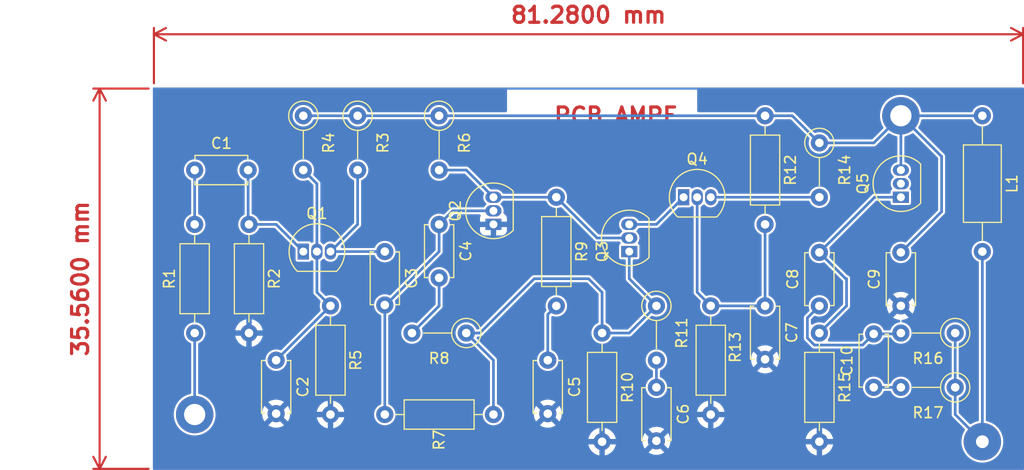
<source format=kicad_pcb>
(kicad_pcb (version 20211014) (generator pcbnew)
  (layers (0 "F.Cu" signal) (31 "B.Cu" signal) (34 "B.Paste" user) (35 "F.Paste" user) (36 "B.SilkS" user "B.Silkscreen") (37 "F.SilkS" user "F.Silkscreen") (38 "B.Mask" user) (39 "F.Mask" user) (44 "Edge.Cuts" user))
  (net 0 "")
  (net 1 "Net-(C2-Pad1)")
  (net 2 "Net-(C3-Pad2)")
  (net 3 "GND")
  (net 4 "Net-(C3-Pad1)")
  (net 5 "Net-(Q2-Pad3)")
  (net 6 "Net-(Q4-Pad1)")
  (net 7 "Net-(Q4-Pad3)")
  (net 8 "Net-(C7-Pad1)")
  (net 9 "Net-(Q5-Pad3)")
  (net 10 "Net-(C8-Pad1)")
  (net 11 "net")
  (net 12 "net2")
  (net 13 "netc2")
  (net 14 "netx")
  (net 15 "lll")
  (net 16 "c101")
  (net 17 "c102")
  (net 18 "net-q")
  (net 19 "net-c5")
  (net 20 "net-c6")
  (footprint "Capacitor_THT:C_Disc_D4.7mm_W2.5mm_P5.00mm" (layer "F.Cu") (at 143.51 50.8)
    (fp_text reference "C1" (at 2.5 -2.5) (layer "F.SilkS"))
    (fp_text value "10nF" hide)
    (fp_line (start 4.97 -1.37) (end 4.97 -1.055) (layer "F.SilkS") (width 0.12))
    (fp_line (start 0.03 -1.37) (end 0.03 -1.055) (layer "F.SilkS") (width 0.12))
    (fp_line (start 4.97 1.055) (end 4.97 1.37) (layer "F.SilkS") (width 0.12))
    (fp_line (start 0.03 1.37) (end 4.97 1.37) (layer "F.SilkS") (width 0.12))
    (fp_line (start 0.03 -1.37) (end 4.97 -1.37) (layer "F.SilkS") (width 0.12))
    (fp_line (start 0.03 1.055) (end 0.03 1.37) (layer "F.SilkS") (width 0.12))
    (pad "1" thru_hole circle (at 0 0) (size 1.6 1.6) (drill 0.8) (layers *.Cu *.Mask) (net 12 "net2"))
    (pad "2" thru_hole circle (at 5 0) (size 1.6 1.6) (drill 0.8) (layers *.Cu *.Mask) (net 13 "netc2"))
  )
  (footprint "Resistor_THT:R_Axial_DIN0207_L6.3mm_D2.5mm_P5.08mm_Vertical" (layer "F.Cu") (at 153.67 45.72 -90)
    (fp_text reference "R4" (at 2.54 -2.37 90) (layer "F.SilkS"))
    (fp_text value "1.5k" hide)
    (fp_line (start 1.37 0) (end 3.98 0) (layer "F.SilkS") (width 0.12))
    (fp_circle (center 0 0) (end 1.37 0) (layer "F.SilkS") (width 0.12) (fill none))
    (pad "1" thru_hole circle (at 0 0 270) (size 1.6 1.6) (drill 0.8) (layers *.Cu *.Mask) (net 9 "Net-(Q5-Pad3)"))
    (pad "2" thru_hole oval (at 5.08 0 270) (size 1.6 1.6) (drill 0.8) (layers *.Cu *.Mask) (net 1 "Net-(C2-Pad1)"))
  )
  (footprint "Resistor_THT:R_Axial_DIN0207_L6.3mm_D2.5mm_P5.08mm_Vertical" (layer "F.Cu") (at 214.63 71.12 180)
    (fp_text reference "R17" (at 2.54 -2.37) (layer "F.SilkS"))
    (fp_text value "68" hide)
    (fp_line (start 1.37 0) (end 3.98 0) (layer "F.SilkS") (width 0.12))
    (fp_circle (center 0 0) (end 1.37 0) (layer "F.SilkS") (width 0.12) (fill none))
    (pad "1" thru_hole circle (at 0 0 180) (size 1.6 1.6) (drill 0.8) (layers *.Cu *.Mask) (net 15 "lll"))
    (pad "2" thru_hole oval (at 5.08 0 180) (size 1.6 1.6) (drill 0.8) (layers *.Cu *.Mask) (net 16 "c101"))
  )
  (footprint "Resistor_THT:R_Axial_DIN0207_L6.3mm_D2.5mm_P10.16mm_Horizontal" (layer "F.Cu") (at 148.59 55.88 -90)
    (fp_text reference "R2" (at 5.08 -2.37 90) (layer "F.SilkS"))
    (fp_text value "560" hide)
    (fp_line (start 8.35 -1.37) (end 1.81 -1.37) (layer "F.SilkS") (width 0.12))
    (fp_line (start 9.12 0) (end 8.35 0) (layer "F.SilkS") (width 0.12))
    (fp_line (start 1.81 1.37) (end 8.35 1.37) (layer "F.SilkS") (width 0.12))
    (fp_line (start 1.81 -1.37) (end 1.81 1.37) (layer "F.SilkS") (width 0.12))
    (fp_line (start 8.35 1.37) (end 8.35 -1.37) (layer "F.SilkS") (width 0.12))
    (fp_line (start 1.04 0) (end 1.81 0) (layer "F.SilkS") (width 0.12))
    (pad "1" thru_hole circle (at 0 0 270) (size 1.6 1.6) (drill 0.8) (layers *.Cu *.Mask) (net 13 "netc2"))
    (pad "2" thru_hole oval (at 10.16 0 270) (size 1.6 1.6) (drill 0.8) (layers *.Cu *.Mask) (net 3 "GND"))
  )
  (footprint "Capacitor_THT:C_Disc_D4.7mm_W2.5mm_P5.00mm" (layer "F.Cu") (at 176.53 68.58 -90)
    (fp_text reference "C5" (at 2.5 -2.5 90) (layer "F.SilkS"))
    (fp_text value "10nF" hide)
    (fp_line (start 0.03 -1.37) (end 0.03 -1.055) (layer "F.SilkS") (width 0.12))
    (fp_line (start 0.03 1.37) (end 4.97 1.37) (layer "F.SilkS") (width 0.12))
    (fp_line (start 0.03 1.055) (end 0.03 1.37) (layer "F.SilkS") (width 0.12))
    (fp_line (start 4.97 -1.37) (end 4.97 -1.055) (layer "F.SilkS") (width 0.12))
    (fp_line (start 0.03 -1.37) (end 4.97 -1.37) (layer "F.SilkS") (width 0.12))
    (fp_line (start 4.97 1.055) (end 4.97 1.37) (layer "F.SilkS") (width 0.12))
    (pad "1" thru_hole circle (at 0 0 270) (size 1.6 1.6) (drill 0.8) (layers *.Cu *.Mask) (net 19 "net-c5"))
    (pad "2" thru_hole circle (at 5 0 270) (size 1.6 1.6) (drill 0.8) (layers *.Cu *.Mask) (net 3 "GND"))
  )
  (footprint "Capacitor_THT:C_Disc_D4.7mm_W2.5mm_P5.00mm" (layer "F.Cu") (at 186.69 71.12 -90)
    (fp_text reference "C6" (at 2.5 -2.5 90) (layer "F.SilkS"))
    (fp_text value "10nF" hide)
    (fp_line (start 0.03 -1.37) (end 0.03 -1.055) (layer "F.SilkS") (width 0.12))
    (fp_line (start 4.97 1.055) (end 4.97 1.37) (layer "F.SilkS") (width 0.12))
    (fp_line (start 0.03 1.055) (end 0.03 1.37) (layer "F.SilkS") (width 0.12))
    (fp_line (start 0.03 1.37) (end 4.97 1.37) (layer "F.SilkS") (width 0.12))
    (fp_line (start 4.97 -1.37) (end 4.97 -1.055) (layer "F.SilkS") (width 0.12))
    (fp_line (start 0.03 -1.37) (end 4.97 -1.37) (layer "F.SilkS") (width 0.12))
    (pad "1" thru_hole circle (at 0 0 270) (size 1.6 1.6) (drill 0.8) (layers *.Cu *.Mask) (net 20 "net-c6"))
    (pad "2" thru_hole circle (at 5 0 270) (size 1.6 1.6) (drill 0.8) (layers *.Cu *.Mask) (net 3 "GND"))
  )
  (footprint "Capacitor_THT:C_Disc_D4.7mm_W2.5mm_P5.00mm" (layer "F.Cu") (at 196.85 63.5 -90)
    (fp_text reference "C7" (at 2.5 -2.5 90) (layer "F.SilkS"))
    (fp_text value "10nF" hide)
    (fp_line (start 4.97 -1.37) (end 4.97 -1.055) (layer "F.SilkS") (width 0.12))
    (fp_line (start 0.03 -1.37) (end 4.97 -1.37) (layer "F.SilkS") (width 0.12))
    (fp_line (start 0.03 -1.37) (end 0.03 -1.055) (layer "F.SilkS") (width 0.12))
    (fp_line (start 0.03 1.37) (end 4.97 1.37) (layer "F.SilkS") (width 0.12))
    (fp_line (start 0.03 1.055) (end 0.03 1.37) (layer "F.SilkS") (width 0.12))
    (fp_line (start 4.97 1.055) (end 4.97 1.37) (layer "F.SilkS") (width 0.12))
    (pad "1" thru_hole circle (at 0 0 270) (size 1.6 1.6) (drill 0.8) (layers *.Cu *.Mask) (net 5 "Net-(Q2-Pad3)"))
    (pad "2" thru_hole circle (at 5 0 270) (size 1.6 1.6) (drill 0.8) (layers *.Cu *.Mask) (net 3 "GND"))
  )
  (footprint "Resistor_THT:R_Axial_DIN0207_L6.3mm_D2.5mm_P10.16mm_Horizontal" (layer "F.Cu") (at 181.61 66.04 -90)
    (fp_text reference "R10" (at 5.08 -2.37 90) (layer "F.SilkS"))
    (fp_text value "100" hide)
    (fp_line (start 8.35 1.37) (end 8.35 -1.37) (layer "F.SilkS") (width 0.12))
    (fp_line (start 1.81 -1.37) (end 1.81 1.37) (layer "F.SilkS") (width 0.12))
    (fp_line (start 1.04 0) (end 1.81 0) (layer "F.SilkS") (width 0.12))
    (fp_line (start 9.12 0) (end 8.35 0) (layer "F.SilkS") (width 0.12))
    (fp_line (start 8.35 -1.37) (end 1.81 -1.37) (layer "F.SilkS") (width 0.12))
    (fp_line (start 1.81 1.37) (end 8.35 1.37) (layer "F.SilkS") (width 0.12))
    (pad "1" thru_hole circle (at 0 0 270) (size 1.6 1.6) (drill 0.8) (layers *.Cu *.Mask) (net 10 "Net-(C8-Pad1)"))
    (pad "2" thru_hole oval (at 10.16 0 270) (size 1.6 1.6) (drill 0.8) (layers *.Cu *.Mask) (net 3 "GND"))
  )
  (footprint "Resistor_THT:R_Axial_DIN0207_L6.3mm_D2.5mm_P10.16mm_Horizontal" (layer "F.Cu") (at 177.33 53.34 -90)
    (fp_text reference "R9" (at 5.08 -2.37 90) (layer "F.SilkS"))
    (fp_text value "270" hide)
    (fp_line (start 9.12 0) (end 8.35 0) (layer "F.SilkS") (width 0.12))
    (fp_line (start 1.04 0) (end 1.81 0) (layer "F.SilkS") (width 0.12))
    (fp_line (start 1.81 1.37) (end 8.35 1.37) (layer "F.SilkS") (width 0.12))
    (fp_line (start 8.35 -1.37) (end 1.81 -1.37) (layer "F.SilkS") (width 0.12))
    (fp_line (start 8.35 1.37) (end 8.35 -1.37) (layer "F.SilkS") (width 0.12))
    (fp_line (start 1.81 -1.37) (end 1.81 1.37) (layer "F.SilkS") (width 0.12))
    (pad "1" thru_hole circle (at 0 0 270) (size 1.6 1.6) (drill 0.8) (layers *.Cu *.Mask) (net 18 "net-q"))
    (pad "2" thru_hole oval (at 10.16 0 270) (size 1.6 1.6) (drill 0.8) (layers *.Cu *.Mask) (net 19 "net-c5"))
  )
  (footprint "Resistor_THT:R_Axial_DIN0207_L6.3mm_D2.5mm_P5.08mm_Vertical" (layer "F.Cu") (at 201.93 48.26 -90)
    (fp_text reference "R14" (at 2.54 -2.37 90) (layer "F.SilkS"))
    (fp_text value "150" hide)
    (fp_line (start 1.37 0) (end 3.98 0) (layer "F.SilkS") (width 0.12))
    (fp_circle (center 0 0) (end 1.37 0) (layer "F.SilkS") (width 0.12) (fill none))
    (pad "1" thru_hole circle (at 0 0 270) (size 1.6 1.6) (drill 0.8) (layers *.Cu *.Mask) (net 9 "Net-(Q5-Pad3)"))
    (pad "2" thru_hole oval (at 5.08 0 270) (size 1.6 1.6) (drill 0.8) (layers *.Cu *.Mask) (net 7 "Net-(Q4-Pad3)"))
  )
  (footprint "Package_TO_SOT_THT:TO-92_Inline" (layer "F.Cu") (at 171.45 55.88 90)
    (fp_text reference "Q2" (at 1.27 -3.56 90) (layer "F.SilkS"))
    (fp_text value "2N3904")
    (fp_line (start -0.53 1.85) (end 3.07 1.85) (layer "F.SilkS") (width 0.12))
    (fp_arc (start 1.27 -2.6) (mid 3.672087 -0.994977) (end 3.108478 1.838478) (layer "F.SilkS") (width 0.12))
    (fp_arc (start -0.568478 1.838478) (mid -1.132087 -0.994977) (end 1.27 -2.6) (layer "F.SilkS") (width 0.12))
    (pad "1" thru_hole rect (at 0 0 90) (size 1.05 1.5) (drill 0.75) (layers *.Cu *.Mask) (net 3 "GND"))
    (pad "2" thru_hole oval (at 1.27 0 90) (size 1.05 1.5) (drill 0.75) (layers *.Cu *.Mask) (net 4 "Net-(C3-Pad1)"))
    (pad "3" thru_hole oval (at 2.54 0 90) (size 1.05 1.5) (drill 0.75) (layers *.Cu *.Mask) (net 18 "net-q"))
  )
  (footprint "Capacitor_THT:C_Disc_D4.7mm_W2.5mm_P5.00mm" (layer "F.Cu") (at 166.37 55.88 -90)
    (fp_text reference "C4" (at 2.5 -2.5 90) (layer "F.SilkS"))
    (fp_text value "1pF" hide)
    (fp_line (start 0.03 1.055) (end 0.03 1.37) (layer "F.SilkS") (width 0.12))
    (fp_line (start 0.03 -1.37) (end 0.03 -1.055) (layer "F.SilkS") (width 0.12))
    (fp_line (start 4.97 -1.37) (end 4.97 -1.055) (layer "F.SilkS") (width 0.12))
    (fp_line (start 4.97 1.055) (end 4.97 1.37) (layer "F.SilkS") (width 0.12))
    (fp_line (start 0.03 -1.37) (end 4.97 -1.37) (layer "F.SilkS") (width 0.12))
    (fp_line (start 0.03 1.37) (end 4.97 1.37) (layer "F.SilkS") (width 0.12))
    (pad "1" thru_hole circle (at 0 0 270) (size 1.6 1.6) (drill 0.8) (layers *.Cu *.Mask) (net 4 "Net-(C3-Pad1)"))
    (pad "2" thru_hole circle (at 5 0 270) (size 1.6 1.6) (drill 0.8) (layers *.Cu *.Mask) (net 14 "netx"))
  )
  (footprint "Resistor_THT:R_Axial_DIN0207_L6.3mm_D2.5mm_P10.16mm_Horizontal" (layer "F.Cu") (at 143.51 66.04 90)
    (fp_text reference "R1" (at 5.08 -2.37 90) (layer "F.SilkS"))
    (fp_text value "68" hide)
    (fp_line (start 8.35 1.37) (end 8.35 -1.37) (layer "F.SilkS") (width 0.12))
    (fp_line (start 1.04 0) (end 1.81 0) (layer "F.SilkS") (width 0.12))
    (fp_line (start 1.81 1.37) (end 8.35 1.37) (layer "F.SilkS") (width 0.12))
    (fp_line (start 1.81 -1.37) (end 1.81 1.37) (layer "F.SilkS") (width 0.12))
    (fp_line (start 9.12 0) (end 8.35 0) (layer "F.SilkS") (width 0.12))
    (fp_line (start 8.35 -1.37) (end 1.81 -1.37) (layer "F.SilkS") (width 0.12))
    (pad "1" thru_hole circle (at 0 0 90) (size 1.6 1.6) (drill 0.8) (layers *.Cu *.Mask))
    (pad "2" thru_hole oval (at 10.16 0 90) (size 1.6 1.6) (drill 0.8) (layers *.Cu *.Mask) (net 12 "net2"))
  )
  (footprint "Capacitor_THT:C_Disc_D4.7mm_W2.5mm_P5.00mm" (layer "F.Cu") (at 161.29 58.42 -90)
    (fp_text reference "C3" (at 2.5 -2.5 90) (layer "F.SilkS"))
    (fp_text value "10nF" hide)
    (fp_line (start 4.97 -1.37) (end 4.97 -1.055) (layer "F.SilkS") (width 0.12))
    (fp_line (start 0.03 -1.37) (end 4.97 -1.37) (layer "F.SilkS") (width 0.12))
    (fp_line (start 0.03 -1.37) (end 0.03 -1.055) (layer "F.SilkS") (width 0.12))
    (fp_line (start 4.97 1.055) (end 4.97 1.37) (layer "F.SilkS") (width 0.12))
    (fp_line (start 0.03 1.055) (end 0.03 1.37) (layer "F.SilkS") (width 0.12))
    (fp_line (start 0.03 1.37) (end 4.97 1.37) (layer "F.SilkS") (width 0.12))
    (pad "1" thru_hole circle (at 0 0 270) (size 1.6 1.6) (drill 0.8) (layers *.Cu *.Mask) (net 2 "Net-(C3-Pad2)"))
    (pad "2" thru_hole circle (at 5 0 270) (size 1.6 1.6) (drill 0.8) (layers *.Cu *.Mask) (net 4 "Net-(C3-Pad1)"))
  )
  (footprint "Capacitor_THT:C_Disc_D4.7mm_W2.5mm_P5.00mm" (layer "F.Cu") (at 209.55 63.5 90)
    (fp_text reference "C9" (at 2.5 -2.5 90) (layer "F.SilkS"))
    (fp_text value "100nF" hide)
    (fp_line (start 4.97 -1.37) (end 4.97 -1.055) (layer "F.SilkS") (width 0.12))
    (fp_line (start 0.03 -1.37) (end 4.97 -1.37) (layer "F.SilkS") (width 0.12))
    (fp_line (start 4.97 1.055) (end 4.97 1.37) (layer "F.SilkS") (width 0.12))
    (fp_line (start 0.03 1.37) (end 4.97 1.37) (layer "F.SilkS") (width 0.12))
    (fp_line (start 0.03 -1.37) (end 0.03 -1.055) (layer "F.SilkS") (width 0.12))
    (fp_line (start 0.03 1.055) (end 0.03 1.37) (layer "F.SilkS") (width 0.12))
    (pad "1" thru_hole circle (at 0 0 90) (size 1.6 1.6) (drill 0.8) (layers *.Cu *.Mask) (net 3 "GND"))
    (pad "2" thru_hole circle (at 5 0 90) (size 1.6 1.6) (drill 0.8) (layers *.Cu *.Mask) (net 9 "Net-(Q5-Pad3)"))
  )
  (footprint "Resistor_THT:R_Axial_DIN0207_L6.3mm_D2.5mm_P5.08mm_Vertical" (layer "F.Cu") (at 158.75 45.72 -90)
    (fp_text reference "R3" (at 2.54 -2.37 90) (layer "F.SilkS"))
    (fp_text value "680" hide)
    (fp_line (start 1.37 0) (end 3.98 0) (layer "F.SilkS") (width 0.12))
    (fp_circle (center 0 0) (end 1.37 0) (layer "F.SilkS") (width 0.12) (fill none))
    (pad "1" thru_hole circle (at 0 0 270) (size 1.6 1.6) (drill 0.8) (layers *.Cu *.Mask) (net 9 "Net-(Q5-Pad3)"))
    (pad "2" thru_hole oval (at 5.08 0 270) (size 1.6 1.6) (drill 0.8) (layers *.Cu *.Mask) (net 2 "Net-(C3-Pad2)"))
  )
  (footprint "Package_TO_SOT_THT:TO-92_Inline" (layer "F.Cu") (at 184.15 58.42 90)
    (fp_text reference "Q3" (at 0 -2.54 90) (layer "F.SilkS"))
    (fp_text value "2N3904")
    (fp_line (start -0.53 1.85) (end 3.07 1.85) (layer "F.SilkS") (width 0.12))
    (fp_arc (start 1.27 -2.6) (mid 3.672087 -0.994977) (end 3.108478 1.838478) (layer "F.SilkS") (width 0.12))
    (fp_arc (start -0.568478 1.838478) (mid -1.132087 -0.994977) (end 1.27 -2.6) (layer "F.SilkS") (width 0.12))
    (pad "1" thru_hole rect (at 0 0 90) (size 1.05 1.5) (drill 0.75) (layers *.Cu *.Mask) (net 10 "Net-(C8-Pad1)"))
    (pad "2" thru_hole oval (at 1.27 0 90) (size 1.05 1.5) (drill 0.75) (layers *.Cu *.Mask) (net 18 "net-q"))
    (pad "3" thru_hole oval (at 2.54 0 90) (size 1.05 1.5) (drill 0.75) (layers *.Cu *.Mask) (net 6 "Net-(Q4-Pad1)"))
  )
  (footprint "Capacitor_THT:C_Disc_D4.7mm_W2.5mm_P5.00mm" (layer "F.Cu") (at 207.01 71.12 90)
    (fp_text reference "C10" (at 2.5 -2.5 90) (layer "F.SilkS"))
    (fp_text value "4.7pF" hide)
    (fp_line (start 0.03 -1.37) (end 0.03 -1.055) (layer "F.SilkS") (width 0.12))
    (fp_line (start 4.97 1.055) (end 4.97 1.37) (layer "F.SilkS") (width 0.12))
    (fp_line (start 0.03 1.055) (end 0.03 1.37) (layer "F.SilkS") (width 0.12))
    (fp_line (start 0.03 -1.37) (end 4.97 -1.37) (layer "F.SilkS") (width 0.12))
    (fp_line (start 4.97 -1.37) (end 4.97 -1.055) (layer "F.SilkS") (width 0.12))
    (fp_line (start 0.03 1.37) (end 4.97 1.37) (layer "F.SilkS") (width 0.12))
    (pad "1" thru_hole circle (at 0 0 90) (size 1.6 1.6) (drill 0.8) (layers *.Cu *.Mask) (net 16 "c101"))
    (pad "2" thru_hole circle (at 5 0 90) (size 1.6 1.6) (drill 0.8) (layers *.Cu *.Mask) (net 17 "c102"))
  )
  (footprint "Resistor_THT:R_Axial_DIN0207_L6.3mm_D2.5mm_P5.08mm_Vertical" (layer "F.Cu") (at 168.91 66.04 180)
    (fp_text reference "R8" (at 2.54 -2.37) (layer "F.SilkS"))
    (fp_text value "33" hide)
    (fp_line (start 1.37 0) (end 3.98 0) (layer "F.SilkS") (width 0.12))
    (fp_circle (center 0 0) (end 1.37 0) (layer "F.SilkS") (width 0.12) (fill none))
    (pad "1" thru_hole circle (at 0 0 180) (size 1.6 1.6) (drill 0.8) (layers *.Cu *.Mask) (net 10 "Net-(C8-Pad1)"))
    (pad "2" thru_hole oval (at 5.08 0 180) (size 1.6 1.6) (drill 0.8) (layers *.Cu *.Mask) (net 14 "netx"))
  )
  (footprint "Package_TO_SOT_THT:TO-92_Inline" (layer "F.Cu") (at 189.23 53.34)
    (fp_text reference "Q4" (at 1.27 -3.56) (layer "F.SilkS"))
    (fp_text value "2N3904")
    (fp_line (start -0.53 1.85) (end 3.07 1.85) (layer "F.SilkS") (width 0.12))
    (fp_arc (start -0.568478 1.838478) (mid -1.132087 -0.994977) (end 1.27 -2.6) (layer "F.SilkS") (width 0.12))
    (fp_arc (start 1.27 -2.6) (mid 3.672087 -0.994977) (end 3.108478 1.838478) (layer "F.SilkS") (width 0.12))
    (pad "1" thru_hole rect (at 0 0) (size 1.05 1.5) (drill 0.75) (layers *.Cu *.Mask) (net 6 "Net-(Q4-Pad1)"))
    (pad "2" thru_hole oval (at 1.27 0) (size 1.05 1.5) (drill 0.75) (layers *.Cu *.Mask) (net 5 "Net-(Q2-Pad3)"))
    (pad "3" thru_hole oval (at 2.54 0) (size 1.05 1.5) (drill 0.75) (layers *.Cu *.Mask) (net 7 "Net-(Q4-Pad3)"))
  )
  (footprint "Resistor_THT:R_Axial_DIN0207_L6.3mm_D2.5mm_P10.16mm_Horizontal" (layer "F.Cu") (at 191.77 63.5 -90)
    (fp_text reference "R13" (at 3.87 -2.29 90) (layer "F.SilkS"))
    (fp_text value "2.2k" hide)
    (fp_line (start 8.35 -1.37) (end 1.81 -1.37) (layer "F.SilkS") (width 0.12))
    (fp_line (start 1.81 1.37) (end 8.35 1.37) (layer "F.SilkS") (width 0.12))
    (fp_line (start 8.35 1.37) (end 8.35 -1.37) (layer "F.SilkS") (width 0.12))
    (fp_line (start 9.12 0) (end 8.35 0) (layer "F.SilkS") (width 0.12))
    (fp_line (start 1.81 -1.37) (end 1.81 1.37) (layer "F.SilkS") (width 0.12))
    (fp_line (start 1.04 0) (end 1.81 0) (layer "F.SilkS") (width 0.12))
    (pad "1" thru_hole circle (at 0 0 270) (size 1.6 1.6) (drill 0.8) (layers *.Cu *.Mask) (net 5 "Net-(Q2-Pad3)"))
    (pad "2" thru_hole oval (at 10.16 0 270) (size 1.6 1.6) (drill 0.8) (layers *.Cu *.Mask) (net 3 "GND"))
  )
  (footprint "Resistor_THT:R_Axial_DIN0207_L6.3mm_D2.5mm_P10.16mm_Horizontal" (layer "F.Cu") (at 171.45 73.66 180)
    (fp_text reference "R7" (at 5.08 -2.37 90) (layer "F.SilkS"))
    (fp_text value "390" hide)
    (fp_line (start 1.81 -1.37) (end 1.81 1.37) (layer "F.SilkS") (width 0.12))
    (fp_line (start 9.12 0) (end 8.35 0) (layer "F.SilkS") (width 0.12))
    (fp_line (start 8.35 1.37) (end 8.35 -1.37) (layer "F.SilkS") (width 0.12))
    (fp_line (start 8.35 -1.37) (end 1.81 -1.37) (layer "F.SilkS") (width 0.12))
    (fp_line (start 1.81 1.37) (end 8.35 1.37) (layer "F.SilkS") (width 0.12))
    (fp_line (start 1.04 0) (end 1.81 0) (layer "F.SilkS") (width 0.12))
    (pad "1" thru_hole circle (at 0 0 180) (size 1.6 1.6) (drill 0.8) (layers *.Cu *.Mask) (net 10 "Net-(C8-Pad1)"))
    (pad "2" thru_hole oval (at 10.16 0 180) (size 1.6 1.6) (drill 0.8) (layers *.Cu *.Mask) (net 4 "Net-(C3-Pad1)"))
  )
  (footprint "Capacitor_THT:C_Disc_D4.7mm_W2.5mm_P5.00mm" (layer "F.Cu") (at 201.93 63.5 90)
    (fp_text reference "C8" (at 2.5 -2.5 90) (layer "F.SilkS"))
    (fp_text value "10nF" hide)
    (fp_line (start 0.03 1.37) (end 4.97 1.37) (layer "F.SilkS") (width 0.12))
    (fp_line (start 0.03 -1.37) (end 0.03 -1.055) (layer "F.SilkS") (width 0.12))
    (fp_line (start 0.03 1.055) (end 0.03 1.37) (layer "F.SilkS") (width 0.12))
    (fp_line (start 4.97 -1.37) (end 4.97 -1.055) (layer "F.SilkS") (width 0.12))
    (fp_line (start 4.97 1.055) (end 4.97 1.37) (layer "F.SilkS") (width 0.12))
    (fp_line (start 0.03 -1.37) (end 4.97 -1.37) (layer "F.SilkS") (width 0.12))
    (pad "1" thru_hole circle (at 0 0 90) (size 1.6 1.6) (drill 0.8) (layers *.Cu *.Mask) (net 17 "c102"))
    (pad "2" thru_hole circle (at 5 0 90) (size 1.6 1.6) (drill 0.8) (layers *.Cu *.Mask) (net 7 "Net-(Q4-Pad3)"))
  )
  (footprint "Resistor_THT:R_Axial_DIN0207_L6.3mm_D2.5mm_P10.16mm_Horizontal" (layer "F.Cu") (at 156.21 63.5 -90)
    (fp_text reference "R5" (at 5.08 -2.37 90) (layer "F.SilkS"))
    (fp_text value "1k" hide)
    (fp_line (start 1.04 0) (end 1.81 0) (layer "F.SilkS") (width 0.12))
    (fp_line (start 8.35 1.37) (end 8.35 -1.37) (layer "F.SilkS") (width 0.12))
    (fp_line (start 9.12 0) (end 8.35 0) (layer "F.SilkS") (width 0.12))
    (fp_line (start 8.35 -1.37) (end 1.81 -1.37) (layer "F.SilkS") (width 0.12))
    (fp_line (start 1.81 1.37) (end 8.35 1.37) (layer "F.SilkS") (width 0.12))
    (fp_line (start 1.81 -1.37) (end 1.81 1.37) (layer "F.SilkS") (width 0.12))
    (pad "1" thru_hole circle (at 0 0 270) (size 1.6 1.6) (drill 0.8) (layers *.Cu *.Mask) (net 1 "Net-(C2-Pad1)"))
    (pad "2" thru_hole oval (at 10.16 0 270) (size 1.6 1.6) (drill 0.8) (layers *.Cu *.Mask) (net 3 "GND"))
  )
  (footprint "Resistor_THT:R_Axial_DIN0207_L6.3mm_D2.5mm_P10.16mm_Horizontal" (layer "F.Cu") (at 196.85 45.72 -90)
    (fp_text reference "R12" (at 5.08 -2.37 90) (layer "F.SilkS"))
    (fp_text value "2.2k" hide)
    (fp_line (start 8.35 1.37) (end 8.35 -1.37) (layer "F.SilkS") (width 0.12))
    (fp_line (start 1.81 -1.37) (end 1.81 1.37) (layer "F.SilkS") (width 0.12))
    (fp_line (start 8.35 -1.37) (end 1.81 -1.37) (layer "F.SilkS") (width 0.12))
    (fp_line (start 9.12 0) (end 8.35 0) (layer "F.SilkS") (width 0.12))
    (fp_line (start 1.81 1.37) (end 8.35 1.37) (layer "F.SilkS") (width 0.12))
    (fp_line (start 1.04 0) (end 1.81 0) (layer "F.SilkS") (width 0.12))
    (pad "1" thru_hole circle (at 0 0 270) (size 1.6 1.6) (drill 0.8) (layers *.Cu *.Mask) (net 9 "Net-(Q5-Pad3)"))
    (pad "2" thru_hole oval (at 10.16 0 270) (size 1.6 1.6) (drill 0.8) (layers *.Cu *.Mask) (net 5 "Net-(Q2-Pad3)"))
  )
  (footprint "Resistor_THT:R_Axial_DIN0207_L6.3mm_D2.5mm_P5.08mm_Vertical" (layer "F.Cu") (at 186.69 63.5 -90)
    (fp_text reference "R11" (at 2.54 -2.37 90) (layer "F.SilkS"))
    (fp_text value "56" hide)
    (fp_line (start 1.37 0) (end 3.98 0) (layer "F.SilkS") (width 0.12))
    (fp_circle (center 0 0) (end 1.37 0) (layer "F.SilkS") (width 0.12) (fill none))
    (pad "1" thru_hole circle (at 0 0 270) (size 1.6 1.6) (drill 0.8) (layers *.Cu *.Mask) (net 10 "Net-(C8-Pad1)"))
    (pad "2" thru_hole oval (at 5.08 0 270) (size 1.6 1.6) (drill 0.8) (layers *.Cu *.Mask) (net 20 "net-c6"))
  )
  (footprint "Resistor_THT:R_Axial_DIN0207_L6.3mm_D2.5mm_P5.08mm_Vertical" (layer "F.Cu") (at 214.63 66.04 180)
    (fp_text reference "R16" (at 2.54 -2.37) (layer "F.SilkS"))
    (fp_text value "68" hide)
    (fp_line (start 1.37 0) (end 3.98 0) (layer "F.SilkS") (width 0.12))
    (fp_circle (center 0 0) (end 1.37 0) (layer "F.SilkS") (width 0.12) (fill none))
    (pad "1" thru_hole circle (at 0 0 180) (size 1.6 1.6) (drill 0.8) (layers *.Cu *.Mask) (net 15 "lll"))
    (pad "2" thru_hole oval (at 5.08 0 180) (size 1.6 1.6) (drill 0.8) (layers *.Cu *.Mask) (net 17 "c102"))
  )
  (footprint "Package_TO_SOT_THT:TO-92_Inline" (layer "F.Cu") (at 209.55 53.34 90)
    (fp_text reference "Q5" (at 1.27 -3.56 90) (layer "F.SilkS"))
    (fp_text value "2N3904")
    (fp_line (start -0.53 1.85) (end 3.07 1.85) (layer "F.SilkS") (width 0.12))
    (fp_arc (start 1.27 -2.6) (mid 3.672087 -0.994977) (end 3.108478 1.838478) (layer "F.SilkS") (width 0.12))
    (fp_arc (start -0.568478 1.838478) (mid -1.132087 -0.994977) (end 1.27 -2.6) (layer "F.SilkS") (width 0.12))
    (pad "1" thru_hole rect (at 0 0 90) (size 1.05 1.5) (drill 0.75) (layers *.Cu *.Mask) (net 7 "Net-(Q4-Pad3)"))
    (pad "2" thru_hole oval (at 1.27 0 90) (size 1.05 1.5) (drill 0.75) (layers *.Cu *.Mask) (net 8 "Net-(C7-Pad1)"))
    (pad "3" thru_hole oval (at 2.54 0 90) (size 1.05 1.5) (drill 0.75) (layers *.Cu *.Mask) (net 9 "Net-(Q5-Pad3)"))
  )
  (footprint "Resistor_THT:R_Axial_DIN0207_L6.3mm_D2.5mm_P10.16mm_Horizontal" (layer "F.Cu") (at 201.93 66.04 -90)
    (fp_text reference "R15" (at 5.08 -2.37 90) (layer "F.SilkS"))
    (fp_text value "560" hide)
    (fp_line (start 1.81 1.37) (end 8.35 1.37) (layer "F.SilkS") (width 0.12))
    (fp_line (start 9.12 0) (end 8.35 0) (layer "F.SilkS") (width 0.12))
    (fp_line (start 8.35 -1.37) (end 1.81 -1.37) (layer "F.SilkS") (width 0.12))
    (fp_line (start 1.81 -1.37) (end 1.81 1.37) (layer "F.SilkS") (width 0.12))
    (fp_line (start 8.35 1.37) (end 8.35 -1.37) (layer "F.SilkS") (width 0.12))
    (fp_line (start 1.04 0) (end 1.81 0) (layer "F.SilkS") (width 0.12))
    (pad "1" thru_hole circle (at 0 0 270) (size 1.6 1.6) (drill 0.8) (layers *.Cu *.Mask) (net 7 "Net-(Q4-Pad3)"))
    (pad "2" thru_hole oval (at 10.16 0 270) (size 1.6 1.6) (drill 0.8) (layers *.Cu *.Mask) (net 3 "GND"))
  )
  (footprint "Resistor_THT:R_Axial_DIN0207_L6.3mm_D2.5mm_P5.08mm_Vertical" (layer "F.Cu") (at 166.37 45.72 -90)
    (fp_text reference "R6" (at 2.54 -2.37 90) (layer "F.SilkS"))
    (fp_text value "680" hide)
    (fp_line (start 1.37 0) (end 3.98 0) (layer "F.SilkS") (width 0.12))
    (fp_circle (center 0 0) (end 1.37 0) (layer "F.SilkS") (width 0.12) (fill none))
    (pad "1" thru_hole circle (at 0 0 270) (size 1.6 1.6) (drill 0.8) (layers *.Cu *.Mask) (net 9 "Net-(Q5-Pad3)"))
    (pad "2" thru_hole oval (at 5.08 0 270) (size 1.6 1.6) (drill 0.8) (layers *.Cu *.Mask) (net 18 "net-q"))
  )
  (footprint "Package_TO_SOT_THT:TO-92_Inline" (layer "F.Cu") (at 153.67 58.42)
    (fp_text reference "Q1" (at 1.27 -3.56) (layer "F.SilkS"))
    (fp_text value "2N3904")
    (fp_line (start -0.53 1.85) (end 3.07 1.85) (layer "F.SilkS") (width 0.12))
    (fp_arc (start 1.27 -2.6) (mid 3.672087 -0.994977) (end 3.108478 1.838478) (layer "F.SilkS") (width 0.12))
    (fp_arc (start -0.568478 1.838478) (mid -1.132087 -0.994977) (end 1.27 -2.6) (layer "F.SilkS") (width 0.12))
    (pad "1" thru_hole rect (at 0 0) (size 1.05 1.5) (drill 0.75) (layers *.Cu *.Mask) (net 13 "netc2"))
    (pad "2" thru_hole oval (at 1.27 0) (size 1.05 1.5) (drill 0.75) (layers *.Cu *.Mask) (net 1 "Net-(C2-Pad1)"))
    (pad "3" thru_hole oval (at 2.54 0) (size 1.05 1.5) (drill 0.75) (layers *.Cu *.Mask) (net 2 "Net-(C3-Pad2)"))
  )
  (footprint "Capacitor_THT:C_Disc_D4.7mm_W2.5mm_P5.00mm" (layer "F.Cu") (at 151.13 68.58 -90)
    (fp_text reference "C2" (at 2.5 -2.5 90) (layer "F.SilkS"))
    (fp_text value "10nF" hide)
    (fp_line (start 4.97 1.055) (end 4.97 1.37) (layer "F.SilkS") (width 0.12))
    (fp_line (start 0.03 1.055) (end 0.03 1.37) (layer "F.SilkS") (width 0.12))
    (fp_line (start 0.03 -1.37) (end 0.03 -1.055) (layer "F.SilkS") (width 0.12))
    (fp_line (start 0.03 1.37) (end 4.97 1.37) (layer "F.SilkS") (width 0.12))
    (fp_line (start 4.97 -1.37) (end 4.97 -1.055) (layer "F.SilkS") (width 0.12))
    (fp_line (start 0.03 -1.37) (end 4.97 -1.37) (layer "F.SilkS") (width 0.12))
    (pad "1" thru_hole circle (at 0 0 270) (size 1.6 1.6) (drill 0.8) (layers *.Cu *.Mask) (net 1 "Net-(C2-Pad1)"))
    (pad "2" thru_hole circle (at 5 0 270) (size 1.6 1.6) (drill 0.8) (layers *.Cu *.Mask) (net 3 "GND"))
  )
  (footprint "Inductor_THT:L_Axial_L7.0mm_D3.3mm_P12.70mm_Horizontal_Fastron_MICC" (layer "F.Cu") (at 217.17 45.72 -90)
    (fp_text reference "L1" (at 6.35 -2.77 90) (layer "F.SilkS"))
    (fp_text value "" hide)
    (fp_line (start 1.04 0) (end 2.73 0) (layer "F.SilkS") (width 0.12))
    (fp_line (start 9.97 1.77) (end 9.97 -1.77) (layer "F.SilkS") (width 0.12))
    (fp_line (start 11.66 0) (end 9.97 0) (layer "F.SilkS") (width 0.12))
    (fp_line (start 2.73 1.77) (end 9.97 1.77) (layer "F.SilkS") (width 0.12))
    (fp_line (start 9.97 -1.77) (end 2.73 -1.77) (layer "F.SilkS") (width 0.12))
    (fp_line (start 2.73 -1.77) (end 2.73 1.77) (layer "F.SilkS") (width 0.12))
    (pad "1" thru_hole circle (at 0 0 270) (size 1.6 1.6) (drill 0.8) (layers *.Cu *.Mask) (net 9 "Net-(Q5-Pad3)"))
    (pad "2" thru_hole oval (at 12.7 0 270) (size 1.6 1.6) (drill 0.8) (layers *.Cu *.Mask) (net 15 "lll"))
  )
  (gr_rect (start 139.7 78.74) (end 220.98 43.18) (layer "B.Cu") (width 0.2) (fill none))
  (gr_text "PCB AMPF" (at 182.88 45.72) (layer "F.Cu") (effects (font (size 1.5 1.5) (thickness 0.3))))
  (dimension (type aligned) (layer "F.Cu") (pts (xy 139.7 43.18) (xy 139.7 78.74)) (height 5.079999) (gr_text "35.5600 mm" (at 132.820001 60.96 90) (layer "F.Cu") (effects (font (size 1.5 1.5) (thickness 0.3)))) (format (units 3) (units_format 1) (precision 4)) (style (thickness 0.2) (arrow_length 1.27) (text_position_mode 0) (extension_height 0.58642) (extension_offset 0.5) keep_text_aligned))
  (dimension (type aligned) (layer "F.Cu") (pts (xy 139.7 43.18) (xy 220.98 43.18)) (height -5.08) (gr_text "81.2800 mm" (at 180.34 36.3) (layer "F.Cu") (effects (font (size 1.5 1.5) (thickness 0.3)))) (format (units 3) (units_format 1) (precision 4)) (style (thickness 0.2) (arrow_length 1.27) (text_position_mode 0) (extension_height 0.58642) (extension_offset 0.5) keep_text_aligned))
  (via (at 143.51 73.66) (size 0.8) (drill 0.4) (layers "F.Cu" "B.Cu") (net 0))
  (via (at 143.51 73.66) (size 3.50012) (drill 1.988) (layers "F.Cu" "B.Cu") (net 0))
  (segment (start 154.94 62.23) (end 156.21 63.5) (width 0.25) (layer "B.Cu") (net 1))
  (segment (start 151.13 68.58) (end 156.21 63.5) (width 0.25) (layer "B.Cu") (net 1))
  (segment (start 154.94 52.07) (end 153.67 50.8) (width 0.25) (layer "B.Cu") (net 1))
  (segment (start 154.94 58.42) (end 154.94 52.07) (width 0.25) (layer "B.Cu") (net 1))
  (segment (start 154.94 58.42) (end 154.94 62.23) (width 0.25) (layer "B.Cu") (net 1))
  (segment (start 156.21 58.42) (end 161.29 58.42) (width 0.25) (layer "B.Cu") (net 2))
  (segment (start 158.75 50.8) (end 158.75 55.88) (width 0.25) (layer "B.Cu") (net 2))
  (segment (start 158.75 55.88) (end 156.21 58.42) (width 0.25) (layer "B.Cu") (net 2))
  (segment (start 161.29 63.5) (end 161.29 73.66) (width 0.25) (layer "B.Cu") (net 4))
  (segment (start 171.45 54.61) (end 167.64 54.61) (width 0.25) (layer "B.Cu") (net 4))
  (segment (start 166.37 55.88) (end 166.37 58.42) (width 0.25) (layer "B.Cu") (net 4))
  (segment (start 166.37 58.42) (end 161.29 63.5) (width 0.25) (layer "B.Cu") (net 4))
  (segment (start 167.64 54.61) (end 166.37 55.88) (width 0.25) (layer "B.Cu") (net 4))
  (segment (start 196.85 55.88) (end 196.85 63.5) (width 0.25) (layer "B.Cu") (net 5))
  (segment (start 190.5 53.34) (end 190.5 62.23) (width 0.25) (layer "B.Cu") (net 5))
  (segment (start 190.5 62.23) (end 191.77 63.5) (width 0.25) (layer "B.Cu") (net 5))
  (segment (start 191.77 63.5) (end 196.85 63.5) (width 0.25) (layer "B.Cu") (net 5))
  (segment (start 186.69 55.88) (end 189.23 53.34) (width 0.25) (layer "B.Cu") (net 6))
  (segment (start 184.15 55.88) (end 186.69 55.88) (width 0.25) (layer "B.Cu") (net 6))
  (segment (start 201.93 53.34) (end 191.77 53.34) (width 0.25) (layer "B.Cu") (net 7))
  (segment (start 204.47 60.96) (end 204.47 63.5) (width 0.25) (layer "B.Cu") (net 7))
  (segment (start 209.55 53.34) (end 207.09 53.34) (width 0.25) (layer "B.Cu") (net 7))
  (segment (start 201.93 58.5) (end 204.39 60.96) (width 0.25) (layer "B.Cu") (net 7))
  (segment (start 204.39 60.96) (end 204.47 60.96) (width 0.25) (layer "B.Cu") (net 7))
  (segment (start 207.09 53.34) (end 201.93 58.5) (width 0.25) (layer "B.Cu") (net 7))
  (segment (start 204.47 63.5) (end 201.93 66.04) (width 0.25) (layer "B.Cu") (net 7))
  (via (at 209.55 45.72) (size 3.50012) (drill 1.988) (layers "F.Cu" "B.Cu") (net 9))
  (segment (start 166.37 45.72) (end 196.85 45.72) (width 0.25) (layer "B.Cu") (net 9))
  (segment (start 209.55 58.5) (end 213.36 54.69) (width 0.25) (layer "B.Cu") (net 9))
  (segment (start 199.39 45.72) (end 201.93 48.26) (width 0.25) (layer "B.Cu") (net 9))
  (segment (start 158.75 45.72) (end 166.37 45.72) (width 0.25) (layer "B.Cu") (net 9))
  (segment (start 207.01 48.26) (end 209.55 45.72) (width 0.25) (layer "B.Cu") (net 9))
  (segment (start 209.55 45.72) (end 209.55 50.8) (width 0.25) (layer "B.Cu") (net 9))
  (segment (start 153.67 45.72) (end 158.75 45.72) (width 0.25) (layer "B.Cu") (net 9))
  (segment (start 196.85 45.72) (end 199.39 45.72) (width 0.25) (layer "B.Cu") (net 9))
  (segment (start 213.36 49.53) (end 209.55 45.72) (width 0.25) (layer "B.Cu") (net 9))
  (segment (start 213.36 54.69) (end 213.36 49.53) (width 0.25) (layer "B.Cu") (net 9))
  (segment (start 217.17 45.72) (end 209.55 45.72) (width 0.25) (layer "B.Cu") (net 9))
  (segment (start 201.93 48.26) (end 207.01 48.26) (width 0.25) (layer "B.Cu") (net 9))
  (segment (start 171.45 73.66) (end 171.45 68.58) (width 0.25) (layer "B.Cu") (net 10))
  (segment (start 181.61 62.23) (end 181.61 66.04) (width 0.25) (layer "B.Cu") (net 10))
  (segment (start 170.18 66.04) (end 175.26 60.96) (width 0.25) (layer "B.Cu") (net 10))
  (segment (start 181.61 66.04) (end 184.15 66.04) (width 0.25) (layer "B.Cu") (net 10))
  (segment (start 184.15 58.42) (end 184.15 60.96) (width 0.25) (layer "B.Cu") (net 10))
  (segment (start 171.45 68.58) (end 168.91 66.04) (width 0.25) (layer "B.Cu") (net 10))
  (segment (start 175.26 60.96) (end 180.34 60.96) (width 0.25) (layer "B.Cu") (net 10))
  (segment (start 184.15 60.96) (end 186.69 63.5) (width 0.25) (layer "B.Cu") (net 10))
  (segment (start 184.15 66.04) (end 186.69 63.5) (width 0.25) (layer "B.Cu") (net 10))
  (segment (start 168.91 66.04) (end 170.18 66.04) (width 0.25) (layer "B.Cu") (net 10))
  (segment (start 180.34 60.96) (end 181.61 62.23) (width 0.25) (layer "B.Cu") (net 10))
  (segment (start 143.51 66.04) (end 143.51 73.66) (width 0.25) (layer "B.Cu") (net 11))
  (segment (start 143.51 55.88) (end 143.51 50.8) (width 0.25) (layer "B.Cu") (net 12))
  (segment (start 148.51 55.8) (end 148.59 55.88) (width 0.25) (layer "B.Cu") (net 13))
  (segment (start 148.59 55.88) (end 151.13 55.88) (width 0.25) (layer "B.Cu") (net 13))
  (segment (start 151.13 55.88) (end 153.67 58.42) (width 0.25) (layer "B.Cu") (net 13))
  (segment (start 148.51 50.8) (end 148.51 55.8) (width 0.25) (layer "B.Cu") (net 13))
  (segment (start 166.37 63.5) (end 163.83 66.04) (width 0.25) (layer "B.Cu") (net 14))
  (segment (start 166.37 60.88) (end 166.37 63.5) (width 0.25) (layer "B.Cu") (net 14))
  (via (at 217.17 76.2) (size 3.50012) (drill 1.1988) (layers "F.Cu" "B.Cu") (net 15))
  (segment (start 214.63 73.66) (end 214.63 71.12) (width 0.25) (layer "B.Cu") (net 15))
  (segment (start 217.17 58.42) (end 217.17 76.2) (width 0.25) (layer "B.Cu") (net 15))
  (segment (start 214.63 71.12) (end 214.63 66.04) (width 0.25) (layer "B.Cu") (net 15))
  (segment (start 217.17 76.2) (end 214.63 73.66) (width 0.25) (layer "B.Cu") (net 15))
  (segment (start 207.01 71.12) (end 209.55 71.12) (width 0.25) (layer "B.Cu") (net 16))
  (segment (start 207.01 66.12) (end 209.47 66.12) (width 0.25) (layer "B.Cu") (net 17))
  (segment (start 200.805489 64.624511) (end 201.93 63.5) (width 0.25) (layer "B.Cu") (net 17))
  (segment (start 201.464211 67.164511) (end 200.805489 66.505789) (width 0.25) (layer "B.Cu") (net 17))
  (segment (start 209.47 66.12) (end 209.55 66.04) (width 0.25) (layer "B.Cu") (net 17))
  (segment (start 200.805489 66.505789) (end 200.805489 64.624511) (width 0.25) (layer "B.Cu") (net 17))
  (segment (start 207.01 66.12) (end 205.965489 67.164511) (width 0.25) (layer "B.Cu") (net 17))
  (segment (start 205.965489 67.164511) (end 201.464211 67.164511) (width 0.25) (layer "B.Cu") (net 17))
  (segment (start 166.37 50.8) (end 168.91 50.8) (width 0.25) (layer "B.Cu") (net 18))
  (segment (start 177.33 53.34) (end 181.14 57.15) (width 0.25) (layer "B.Cu") (net 18))
  (segment (start 181.14 57.15) (end 184.15 57.15) (width 0.25) (layer "B.Cu") (net 18))
  (segment (start 168.91 50.8) (end 171.45 53.34) (width 0.25) (layer "B.Cu") (net 18))
  (segment (start 171.45 53.34) (end 177.33 53.34) (width 0.25) (layer "B.Cu") (net 18))
  (segment (start 176.530001 64.299999) (end 177.33 63.5) (width 0.25) (layer "B.Cu") (net 19))
  (segment (start 176.53 68.58) (end 176.530001 64.299999) (width 0.25) (layer "B.Cu") (net 19))
  (segment (start 186.69 71.12) (end 186.69 68.58) (width 0.25) (layer "B.Cu") (net 20))
  (zone locked (net 3) (net_name "GND") (layer "B.Cu") (connect_pads (clearance 0)) (min_thickness 0.254) (fill yes (thermal_gap 0.508) (thermal_bridge_width 0.508))
    (polygon (pts (xy 172.72 45.72) (xy 190.5 45.72) (xy 190.5 43.18) (xy 220.98 43.18) (xy 220.98 78.74) (xy 139.7 78.74) (xy 139.7 43.18) (xy 172.72 43.18)))
  )
)
</source>
